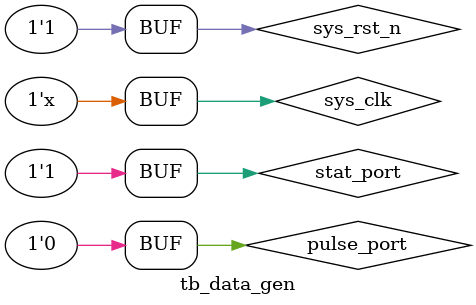
<source format=v>
`timescale  1ns/1ns

module tb_data_gen();

reg             sys_clk     ;   //时钟信号输入
reg             sys_rst_n   ;   //复位信号输入
reg             pulse_port  ;   //脉冲信号输入
reg             stat_port   ;   //状态切换信号输入

wire    [5:0]   point       ;   //小数点显示,高电平有效
wire    [19:0]  price       ;   //价格
wire            seg_en      ;   //数码管使能信号，高电平有效
wire            sign        ;   //符号位，高电平显示负号
wire            stat_led    ;   //指示状态的led
wire            dist_led    ;   //里程每增加100米，led取反一次

initial
    begin
        sys_clk     =   1'b1;
        sys_rst_n   <=  1'b0;
        pulse_port <= 1'b1;
        stat_port <= 1'b1;
        #100
        sys_rst_n   <=  1'b1;
        #100
        pulse_port <= 1'b0;
        # 999999
        pulse_port <= 1'b1;
        # 999999
        pulse_port <= 1'b0;
        # 999999
        pulse_port <= 1'b1;
        # 999999
        pulse_port <= 1'b0;
        # 999999
        pulse_port <= 1'b1;
        # 999999
        pulse_port <= 1'b0;
        # 999999
        pulse_port <= 1'b1;
        # 999999
        pulse_port <= 1'b0;
        # 999999
        pulse_port <= 1'b1;
        # 999999
        pulse_port <= 1'b0;
        # 999999
        pulse_port <= 1'b1;
        # 999999
        pulse_port <= 1'b0;
        # 999999
        pulse_port <= 1'b1;
        # 999999
        pulse_port <= 1'b0;
        # 999999
        pulse_port <= 1'b1;
        # 999999
        pulse_port <= 1'b0;
        # 999999
        pulse_port <= 1'b1;
        # 999999
        pulse_port <= 1'b0;
        # 999999
        pulse_port <= 1'b1;
        # 999999
        pulse_port <= 1'b0;
        # 999999
        pulse_port <= 1'b1;
        # 999999
        pulse_port <= 1'b0;
        # 999999
        pulse_port <= 1'b1;
        # 999999
        pulse_port <= 1'b0;
        # 999999
        pulse_port <= 1'b1;
        # 999999
        pulse_port <= 1'b0;
        # 999999
        pulse_port <= 1'b1;
        # 999999
        pulse_port <= 1'b0;
        # 999999
        pulse_port <= 1'b1;
        # 999999
        pulse_port <= 1'b0;
        # 999999
        pulse_port <= 1'b1;
        # 999999
        pulse_port <= 1'b0;
        # 999999
        pulse_port <= 1'b1;
        # 999999
        pulse_port <= 1'b0;
        # 999999
        pulse_port <= 1'b1;
        # 999999
        pulse_port <= 1'b0;
        # 999999
        pulse_port <= 1'b1;
        # 999999
        pulse_port <= 1'b0;
        # 999999
        pulse_port <= 1'b1;
        # 999999
        pulse_port <= 1'b0;
        # 999999
        pulse_port <= 1'b1;
        # 999999
        pulse_port <= 1'b0;
        # 999999
        pulse_port <= 1'b1;
        # 999999
        pulse_port <= 1'b0;
        # 999999
        pulse_port <= 1'b1;
        # 999999
        pulse_port <= 1'b0;
        # 999999
        pulse_port <= 1'b1;
        # 999999
        pulse_port <= 1'b0;
        # 999999
        pulse_port <= 1'b1;
        # 999999
        pulse_port <= 1'b0;
        # 999999
        pulse_port <= 1'b1;
        # 999999
        pulse_port <= 1'b0;
        # 999999
        pulse_port <= 1'b1;
        # 999999
        pulse_port <= 1'b0;
        # 999999
        pulse_port <= 1'b1;
        # 999999
        pulse_port <= 1'b0;
        # 999999
        pulse_port <= 1'b1;
        # 999999
        pulse_port <= 1'b0;
        # 999999
        pulse_port <= 1'b1;
        # 999999
        pulse_port <= 1'b0;
        # 999999
        pulse_port <= 1'b1;
        # 999999
        pulse_port <= 1'b0;
        # 999999
        pulse_port <= 1'b1;
        # 999999
        pulse_port <= 1'b0;
        # 999999
        pulse_port <= 1'b1;
        # 999999
        pulse_port <= 1'b0;
        # 999999
        pulse_port <= 1'b1;
        # 999999
        pulse_port <= 1'b0;
        # 999999
        pulse_port <= 1'b1;
        # 999999
        pulse_port <= 1'b0;
        # 999999
        pulse_port <= 1'b1;
        # 999999
        pulse_port <= 1'b0;
        # 999999
        pulse_port <= 1'b1;
        # 999999
        pulse_port <= 1'b0;
        # 999999
        pulse_port <= 1'b1;
        # 999999
        pulse_port <= 1'b0;
        # 999999
        pulse_port <= 1'b1;
        # 999999
        pulse_port <= 1'b0;
        # 999999
        pulse_port <= 1'b1;
        # 999999
        pulse_port <= 1'b0;
        # 999999
        pulse_port <= 1'b1;
        # 999999
        pulse_port <= 1'b0;
        # 999999
        pulse_port <= 1'b1;
        # 999999
        pulse_port <= 1'b0;
        # 999999
        pulse_port <= 1'b1;
        # 999999
        pulse_port <= 1'b0;
        # 999999
        pulse_port <= 1'b1;
        # 999999
        pulse_port <= 1'b0;
        # 999999
        pulse_port <= 1'b1;
        # 999999
        pulse_port <= 1'b0;
        # 999999
        pulse_port <= 1'b1;
        # 999999
        pulse_port <= 1'b0;
        # 999999
        pulse_port <= 1'b1;
        # 999999
        pulse_port <= 1'b0;
        # 999999
        pulse_port <= 1'b1;
        # 999999
        pulse_port <= 1'b0;
        #10000
        stat_port <= 1'b0;
        #999999
        stat_port <= 1'b1;
    end

always  #10 sys_clk <=  ~sys_clk;

defparam  data_gen_inst.CNT_MAX    =   49;
defparam  data_gen_inst.Freq       =   4999;

data_gen data_gen_inst
(
    .sys_clk(sys_clk),
    .sys_rst_n(sys_rst_n),
    .pulse_port(pulse_port),
    .stat_port(stat_port),

    .point(point),
    .price(price),
    .seg_en(seg_en),
    .sign(sign),
    .stat_led(stat_led),
    .dist_led(dist_led)
);

endmodule

</source>
